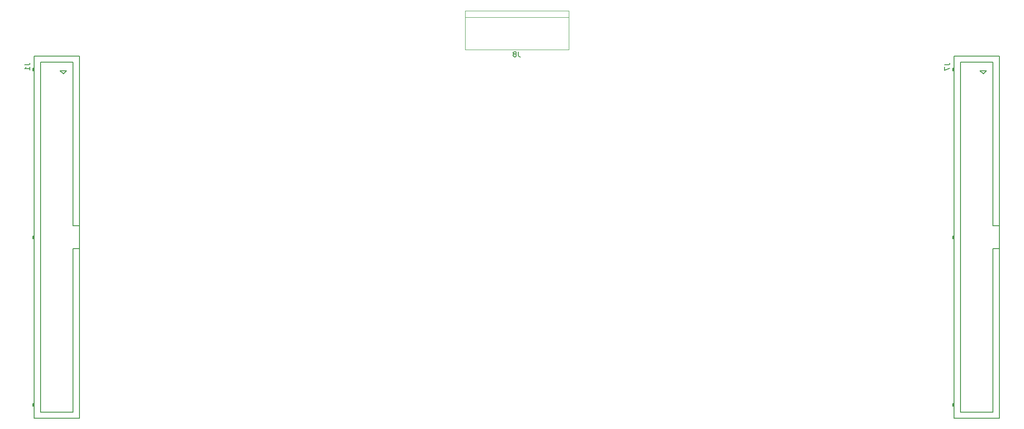
<source format=gbo>
G04 #@! TF.GenerationSoftware,KiCad,Pcbnew,(5.0.1)-3*
G04 #@! TF.CreationDate,2018-12-09T17:04:29+00:00*
G04 #@! TF.ProjectId,8 Bit Computer,382042697420436F6D70757465722E6B,rev?*
G04 #@! TF.SameCoordinates,Original*
G04 #@! TF.FileFunction,Legend,Bot*
G04 #@! TF.FilePolarity,Positive*
%FSLAX46Y46*%
G04 Gerber Fmt 4.6, Leading zero omitted, Abs format (unit mm)*
G04 Created by KiCad (PCBNEW (5.0.1)-3) date 09/12/2018 17:04:29*
%MOMM*%
%LPD*%
G01*
G04 APERTURE LIST*
%ADD10C,0.150000*%
%ADD11C,0.120000*%
G04 APERTURE END LIST*
D10*
G04 #@! TO.C,J1*
X53340000Y-39040000D02*
X53940000Y-38440000D01*
X52740000Y-38440000D02*
X53340000Y-39040000D01*
X53940000Y-38440000D02*
X52740000Y-38440000D01*
X47500000Y-37990000D02*
X47500000Y-38490000D01*
X47400000Y-38490000D02*
X47600000Y-38490000D01*
X47400000Y-37990000D02*
X47400000Y-38490000D01*
X47600000Y-37990000D02*
X47400000Y-37990000D01*
X47500000Y-103750000D02*
X47500000Y-104250000D01*
X47400000Y-104250000D02*
X47600000Y-104250000D01*
X47400000Y-103750000D02*
X47400000Y-104250000D01*
X47600000Y-103750000D02*
X47400000Y-103750000D01*
X47500000Y-70870000D02*
X47500000Y-71370000D01*
X47400000Y-71370000D02*
X47600000Y-71370000D01*
X47400000Y-70870000D02*
X47400000Y-71370000D01*
X47600000Y-70870000D02*
X47400000Y-70870000D01*
X55240000Y-73345000D02*
X56540000Y-73345000D01*
X55240000Y-105470000D02*
X55240000Y-73345000D01*
X48900000Y-105470000D02*
X55240000Y-105470000D01*
X48900000Y-36770000D02*
X48900000Y-105470000D01*
X55240000Y-36770000D02*
X48900000Y-36770000D01*
X55240000Y-68895000D02*
X55240000Y-36770000D01*
X56540000Y-68895000D02*
X55240000Y-68895000D01*
X56540000Y-106670000D02*
X56540000Y-35570000D01*
X47600000Y-106670000D02*
X56540000Y-106670000D01*
X47600000Y-35570000D02*
X47600000Y-106670000D01*
X56540000Y-35570000D02*
X47600000Y-35570000D01*
G04 #@! TO.C,J7*
X233680000Y-39040000D02*
X234280000Y-38440000D01*
X233080000Y-38440000D02*
X233680000Y-39040000D01*
X234280000Y-38440000D02*
X233080000Y-38440000D01*
X227840000Y-37990000D02*
X227840000Y-38490000D01*
X227740000Y-38490000D02*
X227940000Y-38490000D01*
X227740000Y-37990000D02*
X227740000Y-38490000D01*
X227940000Y-37990000D02*
X227740000Y-37990000D01*
X227840000Y-103750000D02*
X227840000Y-104250000D01*
X227740000Y-104250000D02*
X227940000Y-104250000D01*
X227740000Y-103750000D02*
X227740000Y-104250000D01*
X227940000Y-103750000D02*
X227740000Y-103750000D01*
X227840000Y-70870000D02*
X227840000Y-71370000D01*
X227740000Y-71370000D02*
X227940000Y-71370000D01*
X227740000Y-70870000D02*
X227740000Y-71370000D01*
X227940000Y-70870000D02*
X227740000Y-70870000D01*
X235580000Y-73345000D02*
X236880000Y-73345000D01*
X235580000Y-105470000D02*
X235580000Y-73345000D01*
X229240000Y-105470000D02*
X235580000Y-105470000D01*
X229240000Y-36770000D02*
X229240000Y-105470000D01*
X235580000Y-36770000D02*
X229240000Y-36770000D01*
X235580000Y-68895000D02*
X235580000Y-36770000D01*
X236880000Y-68895000D02*
X235580000Y-68895000D01*
X236880000Y-106670000D02*
X236880000Y-35570000D01*
X227940000Y-106670000D02*
X236880000Y-106670000D01*
X227940000Y-35570000D02*
X227940000Y-106670000D01*
X236880000Y-35570000D02*
X227940000Y-35570000D01*
D11*
G04 #@! TO.C,J8*
X132080000Y-34290000D02*
X132080000Y-26670000D01*
X152400000Y-26670000D02*
X152400000Y-34290000D01*
X152400000Y-27940000D02*
X132080000Y-27940000D01*
X132080000Y-34290000D02*
X152400000Y-34290000D01*
X132080000Y-26670000D02*
X152400000Y-26670000D01*
G04 #@! TO.C,J1*
D10*
X45792380Y-37306666D02*
X46506666Y-37306666D01*
X46649523Y-37259047D01*
X46744761Y-37163809D01*
X46792380Y-37020952D01*
X46792380Y-36925714D01*
X46792380Y-38306666D02*
X46792380Y-37735238D01*
X46792380Y-38020952D02*
X45792380Y-38020952D01*
X45935238Y-37925714D01*
X46030476Y-37830476D01*
X46078095Y-37735238D01*
G04 #@! TO.C,J7*
X226132380Y-37306666D02*
X226846666Y-37306666D01*
X226989523Y-37259047D01*
X227084761Y-37163809D01*
X227132380Y-37020952D01*
X227132380Y-36925714D01*
X226132380Y-37687619D02*
X226132380Y-38354285D01*
X227132380Y-37925714D01*
G04 #@! TO.C,J8*
X142553333Y-34732380D02*
X142553333Y-35446666D01*
X142600952Y-35589523D01*
X142696190Y-35684761D01*
X142839047Y-35732380D01*
X142934285Y-35732380D01*
X141934285Y-35160952D02*
X142029523Y-35113333D01*
X142077142Y-35065714D01*
X142124761Y-34970476D01*
X142124761Y-34922857D01*
X142077142Y-34827619D01*
X142029523Y-34780000D01*
X141934285Y-34732380D01*
X141743809Y-34732380D01*
X141648571Y-34780000D01*
X141600952Y-34827619D01*
X141553333Y-34922857D01*
X141553333Y-34970476D01*
X141600952Y-35065714D01*
X141648571Y-35113333D01*
X141743809Y-35160952D01*
X141934285Y-35160952D01*
X142029523Y-35208571D01*
X142077142Y-35256190D01*
X142124761Y-35351428D01*
X142124761Y-35541904D01*
X142077142Y-35637142D01*
X142029523Y-35684761D01*
X141934285Y-35732380D01*
X141743809Y-35732380D01*
X141648571Y-35684761D01*
X141600952Y-35637142D01*
X141553333Y-35541904D01*
X141553333Y-35351428D01*
X141600952Y-35256190D01*
X141648571Y-35208571D01*
X141743809Y-35160952D01*
G04 #@! TD*
M02*

</source>
